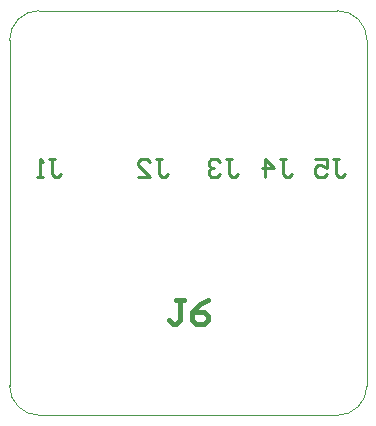
<source format=gm1>
G04*
G04 #@! TF.GenerationSoftware,Altium Limited,Altium Designer,19.1.6 (110)*
G04*
G04 Layer_Color=16711935*
%FSLAX25Y25*%
%MOIN*%
G70*
G01*
G75*
%ADD10C,0.01000*%
%ADD12C,0.00394*%
%ADD14C,0.01575*%
D10*
X-10856Y18019D02*
X-8857D01*
X-9856D01*
Y13021D01*
X-8857Y12021D01*
X-7857D01*
X-6858Y13021D01*
X-16854Y12021D02*
X-12855D01*
X-16854Y16020D01*
Y17020D01*
X-15855Y18019D01*
X-13855D01*
X-12855Y17020D01*
X12744Y18019D02*
X14743D01*
X13744D01*
Y13021D01*
X14743Y12021D01*
X15743D01*
X16743Y13021D01*
X10745Y17020D02*
X9745Y18019D01*
X7745D01*
X6746Y17020D01*
Y16020D01*
X7745Y15020D01*
X8745D01*
X7745D01*
X6746Y14021D01*
Y13021D01*
X7745Y12021D01*
X9745D01*
X10745Y13021D01*
X30444Y18019D02*
X32443D01*
X31444D01*
Y13021D01*
X32443Y12021D01*
X33443D01*
X34442Y13021D01*
X25445Y12021D02*
Y18019D01*
X28444Y15020D01*
X24446D01*
X48144Y18019D02*
X50143D01*
X49143D01*
Y13021D01*
X50143Y12021D01*
X51143D01*
X52143Y13021D01*
X42146Y18019D02*
X46145D01*
Y15020D01*
X44145Y16020D01*
X43145D01*
X42146Y15020D01*
Y13021D01*
X43145Y12021D01*
X45145D01*
X46145Y13021D01*
X-46356Y18019D02*
X-44357D01*
X-45357D01*
Y13021D01*
X-44357Y12021D01*
X-43357D01*
X-42358Y13021D01*
X-48355Y12021D02*
X-50355D01*
X-49355D01*
Y18019D01*
X-48355Y17020D01*
D12*
X-49724Y67441D02*
G03*
X-59567Y57598I0J-9843D01*
G01*
Y-57598D02*
G03*
X-49724Y-67441I9843J0D01*
G01*
X49724D02*
G03*
X59567Y-57598I0J9843D01*
G01*
Y57598D02*
G03*
X49724Y67441I-9843J0D01*
G01*
X-49724D02*
X49724D01*
X59567Y-57598D02*
Y57598D01*
X-49724Y-67441D02*
X49724D01*
X-59567Y-57598D02*
Y57598D01*
D14*
X-1310Y-29007D02*
X-3934D01*
X-2622D01*
Y-35567D01*
X-3934Y-36879D01*
X-5246D01*
X-6558Y-35567D01*
X6562Y-29007D02*
X3938Y-30319D01*
X1314Y-32943D01*
Y-35567D01*
X2626Y-36879D01*
X5250D01*
X6562Y-35567D01*
Y-34255D01*
X5250Y-32943D01*
X1314D01*
M02*

</source>
